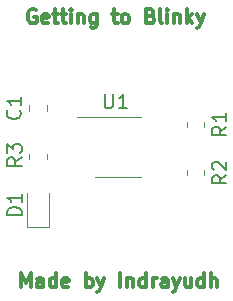
<source format=gbr>
%TF.GenerationSoftware,KiCad,Pcbnew,(6.0.11)*%
%TF.CreationDate,2023-09-04T13:57:40-04:00*%
%TF.ProjectId,BlinkyProject,426c696e-6b79-4507-926f-6a6563742e6b,rev?*%
%TF.SameCoordinates,Original*%
%TF.FileFunction,Legend,Top*%
%TF.FilePolarity,Positive*%
%FSLAX46Y46*%
G04 Gerber Fmt 4.6, Leading zero omitted, Abs format (unit mm)*
G04 Created by KiCad (PCBNEW (6.0.11)) date 2023-09-04 13:57:40*
%MOMM*%
%LPD*%
G01*
G04 APERTURE LIST*
%ADD10C,0.300000*%
%ADD11C,0.200000*%
%ADD12C,0.120000*%
G04 APERTURE END LIST*
D10*
X158089285Y-132947857D02*
X158089285Y-131747857D01*
X158489285Y-132605000D01*
X158889285Y-131747857D01*
X158889285Y-132947857D01*
X159975000Y-132947857D02*
X159975000Y-132319285D01*
X159917857Y-132205000D01*
X159803571Y-132147857D01*
X159575000Y-132147857D01*
X159460714Y-132205000D01*
X159975000Y-132890714D02*
X159860714Y-132947857D01*
X159575000Y-132947857D01*
X159460714Y-132890714D01*
X159403571Y-132776428D01*
X159403571Y-132662142D01*
X159460714Y-132547857D01*
X159575000Y-132490714D01*
X159860714Y-132490714D01*
X159975000Y-132433571D01*
X161060714Y-132947857D02*
X161060714Y-131747857D01*
X161060714Y-132890714D02*
X160946428Y-132947857D01*
X160717857Y-132947857D01*
X160603571Y-132890714D01*
X160546428Y-132833571D01*
X160489285Y-132719285D01*
X160489285Y-132376428D01*
X160546428Y-132262142D01*
X160603571Y-132205000D01*
X160717857Y-132147857D01*
X160946428Y-132147857D01*
X161060714Y-132205000D01*
X162089285Y-132890714D02*
X161975000Y-132947857D01*
X161746428Y-132947857D01*
X161632142Y-132890714D01*
X161575000Y-132776428D01*
X161575000Y-132319285D01*
X161632142Y-132205000D01*
X161746428Y-132147857D01*
X161975000Y-132147857D01*
X162089285Y-132205000D01*
X162146428Y-132319285D01*
X162146428Y-132433571D01*
X161575000Y-132547857D01*
X163575000Y-132947857D02*
X163575000Y-131747857D01*
X163575000Y-132205000D02*
X163689285Y-132147857D01*
X163917857Y-132147857D01*
X164032142Y-132205000D01*
X164089285Y-132262142D01*
X164146428Y-132376428D01*
X164146428Y-132719285D01*
X164089285Y-132833571D01*
X164032142Y-132890714D01*
X163917857Y-132947857D01*
X163689285Y-132947857D01*
X163575000Y-132890714D01*
X164546428Y-132147857D02*
X164832142Y-132947857D01*
X165117857Y-132147857D02*
X164832142Y-132947857D01*
X164717857Y-133233571D01*
X164660714Y-133290714D01*
X164546428Y-133347857D01*
X166489285Y-132947857D02*
X166489285Y-131747857D01*
X167060714Y-132147857D02*
X167060714Y-132947857D01*
X167060714Y-132262142D02*
X167117857Y-132205000D01*
X167232142Y-132147857D01*
X167403571Y-132147857D01*
X167517857Y-132205000D01*
X167575000Y-132319285D01*
X167575000Y-132947857D01*
X168660714Y-132947857D02*
X168660714Y-131747857D01*
X168660714Y-132890714D02*
X168546428Y-132947857D01*
X168317857Y-132947857D01*
X168203571Y-132890714D01*
X168146428Y-132833571D01*
X168089285Y-132719285D01*
X168089285Y-132376428D01*
X168146428Y-132262142D01*
X168203571Y-132205000D01*
X168317857Y-132147857D01*
X168546428Y-132147857D01*
X168660714Y-132205000D01*
X169232142Y-132947857D02*
X169232142Y-132147857D01*
X169232142Y-132376428D02*
X169289285Y-132262142D01*
X169346428Y-132205000D01*
X169460714Y-132147857D01*
X169575000Y-132147857D01*
X170489285Y-132947857D02*
X170489285Y-132319285D01*
X170432142Y-132205000D01*
X170317857Y-132147857D01*
X170089285Y-132147857D01*
X169975000Y-132205000D01*
X170489285Y-132890714D02*
X170375000Y-132947857D01*
X170089285Y-132947857D01*
X169975000Y-132890714D01*
X169917857Y-132776428D01*
X169917857Y-132662142D01*
X169975000Y-132547857D01*
X170089285Y-132490714D01*
X170375000Y-132490714D01*
X170489285Y-132433571D01*
X170946428Y-132147857D02*
X171232142Y-132947857D01*
X171517857Y-132147857D02*
X171232142Y-132947857D01*
X171117857Y-133233571D01*
X171060714Y-133290714D01*
X170946428Y-133347857D01*
X172489285Y-132147857D02*
X172489285Y-132947857D01*
X171975000Y-132147857D02*
X171975000Y-132776428D01*
X172032142Y-132890714D01*
X172146428Y-132947857D01*
X172317857Y-132947857D01*
X172432142Y-132890714D01*
X172489285Y-132833571D01*
X173575000Y-132947857D02*
X173575000Y-131747857D01*
X173575000Y-132890714D02*
X173460714Y-132947857D01*
X173232142Y-132947857D01*
X173117857Y-132890714D01*
X173060714Y-132833571D01*
X173003571Y-132719285D01*
X173003571Y-132376428D01*
X173060714Y-132262142D01*
X173117857Y-132205000D01*
X173232142Y-132147857D01*
X173460714Y-132147857D01*
X173575000Y-132205000D01*
X174146428Y-132947857D02*
X174146428Y-131747857D01*
X174660714Y-132947857D02*
X174660714Y-132319285D01*
X174603571Y-132205000D01*
X174489285Y-132147857D01*
X174317857Y-132147857D01*
X174203571Y-132205000D01*
X174146428Y-132262142D01*
X159332142Y-109455000D02*
X159217857Y-109397857D01*
X159046428Y-109397857D01*
X158875000Y-109455000D01*
X158760714Y-109569285D01*
X158703571Y-109683571D01*
X158646428Y-109912142D01*
X158646428Y-110083571D01*
X158703571Y-110312142D01*
X158760714Y-110426428D01*
X158875000Y-110540714D01*
X159046428Y-110597857D01*
X159160714Y-110597857D01*
X159332142Y-110540714D01*
X159389285Y-110483571D01*
X159389285Y-110083571D01*
X159160714Y-110083571D01*
X160360714Y-110540714D02*
X160246428Y-110597857D01*
X160017857Y-110597857D01*
X159903571Y-110540714D01*
X159846428Y-110426428D01*
X159846428Y-109969285D01*
X159903571Y-109855000D01*
X160017857Y-109797857D01*
X160246428Y-109797857D01*
X160360714Y-109855000D01*
X160417857Y-109969285D01*
X160417857Y-110083571D01*
X159846428Y-110197857D01*
X160760714Y-109797857D02*
X161217857Y-109797857D01*
X160932142Y-109397857D02*
X160932142Y-110426428D01*
X160989285Y-110540714D01*
X161103571Y-110597857D01*
X161217857Y-110597857D01*
X161446428Y-109797857D02*
X161903571Y-109797857D01*
X161617857Y-109397857D02*
X161617857Y-110426428D01*
X161675000Y-110540714D01*
X161789285Y-110597857D01*
X161903571Y-110597857D01*
X162303571Y-110597857D02*
X162303571Y-109797857D01*
X162303571Y-109397857D02*
X162246428Y-109455000D01*
X162303571Y-109512142D01*
X162360714Y-109455000D01*
X162303571Y-109397857D01*
X162303571Y-109512142D01*
X162875000Y-109797857D02*
X162875000Y-110597857D01*
X162875000Y-109912142D02*
X162932142Y-109855000D01*
X163046428Y-109797857D01*
X163217857Y-109797857D01*
X163332142Y-109855000D01*
X163389285Y-109969285D01*
X163389285Y-110597857D01*
X164475000Y-109797857D02*
X164475000Y-110769285D01*
X164417857Y-110883571D01*
X164360714Y-110940714D01*
X164246428Y-110997857D01*
X164075000Y-110997857D01*
X163960714Y-110940714D01*
X164475000Y-110540714D02*
X164360714Y-110597857D01*
X164132142Y-110597857D01*
X164017857Y-110540714D01*
X163960714Y-110483571D01*
X163903571Y-110369285D01*
X163903571Y-110026428D01*
X163960714Y-109912142D01*
X164017857Y-109855000D01*
X164132142Y-109797857D01*
X164360714Y-109797857D01*
X164475000Y-109855000D01*
X165789285Y-109797857D02*
X166246428Y-109797857D01*
X165960714Y-109397857D02*
X165960714Y-110426428D01*
X166017857Y-110540714D01*
X166132142Y-110597857D01*
X166246428Y-110597857D01*
X166817857Y-110597857D02*
X166703571Y-110540714D01*
X166646428Y-110483571D01*
X166589285Y-110369285D01*
X166589285Y-110026428D01*
X166646428Y-109912142D01*
X166703571Y-109855000D01*
X166817857Y-109797857D01*
X166989285Y-109797857D01*
X167103571Y-109855000D01*
X167160714Y-109912142D01*
X167217857Y-110026428D01*
X167217857Y-110369285D01*
X167160714Y-110483571D01*
X167103571Y-110540714D01*
X166989285Y-110597857D01*
X166817857Y-110597857D01*
X169046428Y-109969285D02*
X169217857Y-110026428D01*
X169275000Y-110083571D01*
X169332142Y-110197857D01*
X169332142Y-110369285D01*
X169275000Y-110483571D01*
X169217857Y-110540714D01*
X169103571Y-110597857D01*
X168646428Y-110597857D01*
X168646428Y-109397857D01*
X169046428Y-109397857D01*
X169160714Y-109455000D01*
X169217857Y-109512142D01*
X169275000Y-109626428D01*
X169275000Y-109740714D01*
X169217857Y-109855000D01*
X169160714Y-109912142D01*
X169046428Y-109969285D01*
X168646428Y-109969285D01*
X170017857Y-110597857D02*
X169903571Y-110540714D01*
X169846428Y-110426428D01*
X169846428Y-109397857D01*
X170475000Y-110597857D02*
X170475000Y-109797857D01*
X170475000Y-109397857D02*
X170417857Y-109455000D01*
X170475000Y-109512142D01*
X170532142Y-109455000D01*
X170475000Y-109397857D01*
X170475000Y-109512142D01*
X171046428Y-109797857D02*
X171046428Y-110597857D01*
X171046428Y-109912142D02*
X171103571Y-109855000D01*
X171217857Y-109797857D01*
X171389285Y-109797857D01*
X171503571Y-109855000D01*
X171560714Y-109969285D01*
X171560714Y-110597857D01*
X172132142Y-110597857D02*
X172132142Y-109397857D01*
X172246428Y-110140714D02*
X172589285Y-110597857D01*
X172589285Y-109797857D02*
X172132142Y-110255000D01*
X172989285Y-109797857D02*
X173275000Y-110597857D01*
X173560714Y-109797857D02*
X173275000Y-110597857D01*
X173160714Y-110883571D01*
X173103571Y-110940714D01*
X172989285Y-110997857D01*
D11*
%TO.C,D1*%
X158117857Y-126840714D02*
X156917857Y-126840714D01*
X156917857Y-126555000D01*
X156975000Y-126383571D01*
X157089285Y-126269285D01*
X157203571Y-126212142D01*
X157432142Y-126155000D01*
X157603571Y-126155000D01*
X157832142Y-126212142D01*
X157946428Y-126269285D01*
X158060714Y-126383571D01*
X158117857Y-126555000D01*
X158117857Y-126840714D01*
X158117857Y-125012142D02*
X158117857Y-125697857D01*
X158117857Y-125355000D02*
X156917857Y-125355000D01*
X157089285Y-125469285D01*
X157203571Y-125583571D01*
X157260714Y-125697857D01*
%TO.C,R3*%
X158117857Y-121955000D02*
X157546428Y-122355000D01*
X158117857Y-122640714D02*
X156917857Y-122640714D01*
X156917857Y-122183571D01*
X156975000Y-122069285D01*
X157032142Y-122012142D01*
X157146428Y-121955000D01*
X157317857Y-121955000D01*
X157432142Y-122012142D01*
X157489285Y-122069285D01*
X157546428Y-122183571D01*
X157546428Y-122640714D01*
X156917857Y-121555000D02*
X156917857Y-120812142D01*
X157375000Y-121212142D01*
X157375000Y-121040714D01*
X157432142Y-120926428D01*
X157489285Y-120869285D01*
X157603571Y-120812142D01*
X157889285Y-120812142D01*
X158003571Y-120869285D01*
X158060714Y-120926428D01*
X158117857Y-121040714D01*
X158117857Y-121383571D01*
X158060714Y-121497857D01*
X158003571Y-121555000D01*
%TO.C,C1*%
X157953571Y-117942500D02*
X158010714Y-117999642D01*
X158067857Y-118171071D01*
X158067857Y-118285357D01*
X158010714Y-118456785D01*
X157896428Y-118571071D01*
X157782142Y-118628214D01*
X157553571Y-118685357D01*
X157382142Y-118685357D01*
X157153571Y-118628214D01*
X157039285Y-118571071D01*
X156925000Y-118456785D01*
X156867857Y-118285357D01*
X156867857Y-118171071D01*
X156925000Y-117999642D01*
X156982142Y-117942500D01*
X158067857Y-116799642D02*
X158067857Y-117485357D01*
X158067857Y-117142500D02*
X156867857Y-117142500D01*
X157039285Y-117256785D01*
X157153571Y-117371071D01*
X157210714Y-117485357D01*
%TO.C,U1*%
X165160714Y-116597857D02*
X165160714Y-117569285D01*
X165217857Y-117683571D01*
X165275000Y-117740714D01*
X165389285Y-117797857D01*
X165617857Y-117797857D01*
X165732142Y-117740714D01*
X165789285Y-117683571D01*
X165846428Y-117569285D01*
X165846428Y-116597857D01*
X167046428Y-117797857D02*
X166360714Y-117797857D01*
X166703571Y-117797857D02*
X166703571Y-116597857D01*
X166589285Y-116769285D01*
X166475000Y-116883571D01*
X166360714Y-116940714D01*
%TO.C,R2*%
X175467857Y-123455000D02*
X174896428Y-123855000D01*
X175467857Y-124140714D02*
X174267857Y-124140714D01*
X174267857Y-123683571D01*
X174325000Y-123569285D01*
X174382142Y-123512142D01*
X174496428Y-123455000D01*
X174667857Y-123455000D01*
X174782142Y-123512142D01*
X174839285Y-123569285D01*
X174896428Y-123683571D01*
X174896428Y-124140714D01*
X174382142Y-122997857D02*
X174325000Y-122940714D01*
X174267857Y-122826428D01*
X174267857Y-122540714D01*
X174325000Y-122426428D01*
X174382142Y-122369285D01*
X174496428Y-122312142D01*
X174610714Y-122312142D01*
X174782142Y-122369285D01*
X175467857Y-123055000D01*
X175467857Y-122312142D01*
%TO.C,R1*%
X175467857Y-119355000D02*
X174896428Y-119755000D01*
X175467857Y-120040714D02*
X174267857Y-120040714D01*
X174267857Y-119583571D01*
X174325000Y-119469285D01*
X174382142Y-119412142D01*
X174496428Y-119355000D01*
X174667857Y-119355000D01*
X174782142Y-119412142D01*
X174839285Y-119469285D01*
X174896428Y-119583571D01*
X174896428Y-120040714D01*
X175467857Y-118212142D02*
X175467857Y-118897857D01*
X175467857Y-118555000D02*
X174267857Y-118555000D01*
X174439285Y-118669285D01*
X174553571Y-118783571D01*
X174610714Y-118897857D01*
D12*
%TO.C,D1*%
X160485000Y-127815000D02*
X160485000Y-124955000D01*
X158565000Y-124955000D02*
X158565000Y-127815000D01*
X158565000Y-127815000D02*
X160485000Y-127815000D01*
%TO.C,R3*%
X158790000Y-121627936D02*
X158790000Y-122082064D01*
X160260000Y-121627936D02*
X160260000Y-122082064D01*
%TO.C,C1*%
X160260000Y-118003752D02*
X160260000Y-117481248D01*
X158790000Y-118003752D02*
X158790000Y-117481248D01*
%TO.C,U1*%
X166275000Y-118495000D02*
X168225000Y-118495000D01*
X166275000Y-118495000D02*
X162825000Y-118495000D01*
X166275000Y-123615000D02*
X168225000Y-123615000D01*
X166275000Y-123615000D02*
X164325000Y-123615000D01*
%TO.C,R2*%
X173560000Y-122977936D02*
X173560000Y-123432064D01*
X172090000Y-122977936D02*
X172090000Y-123432064D01*
%TO.C,R1*%
X173560000Y-118927936D02*
X173560000Y-119382064D01*
X172090000Y-118927936D02*
X172090000Y-119382064D01*
%TD*%
M02*

</source>
